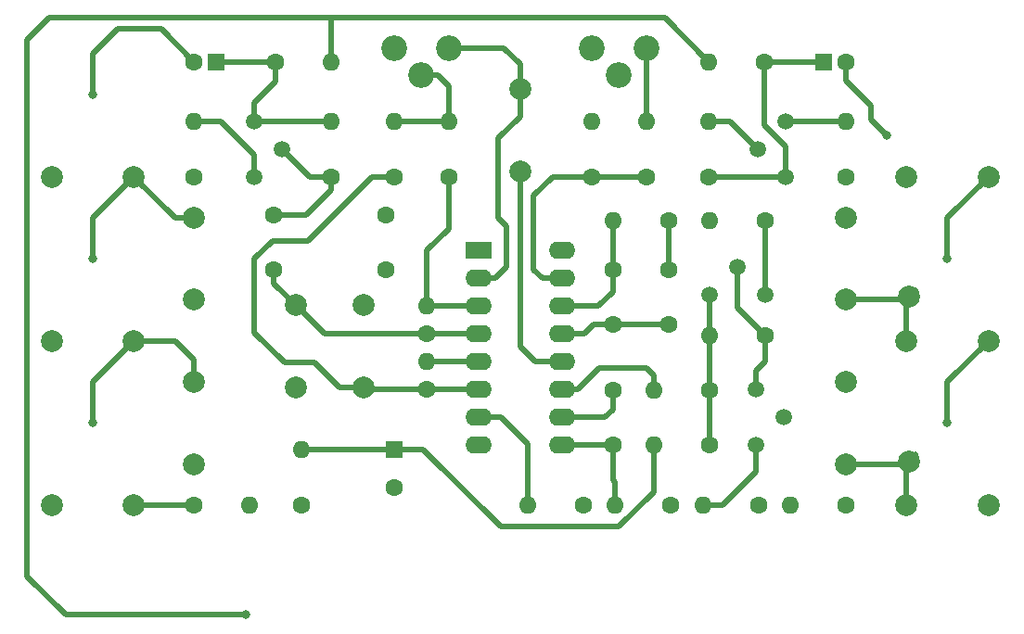
<source format=gtl>
G04 #@! TF.GenerationSoftware,KiCad,Pcbnew,(6.0.10)*
G04 #@! TF.CreationDate,2023-06-11T02:10:43+02:00*
G04 #@! TF.ProjectId,Stereo-Decoder-Modul,53746572-656f-42d4-9465-636f6465722d,rev?*
G04 #@! TF.SameCoordinates,Original*
G04 #@! TF.FileFunction,Copper,L1,Top*
G04 #@! TF.FilePolarity,Positive*
%FSLAX46Y46*%
G04 Gerber Fmt 4.6, Leading zero omitted, Abs format (unit mm)*
G04 Created by KiCad (PCBNEW (6.0.10)) date 2023-06-11 02:10:43*
%MOMM*%
%LPD*%
G01*
G04 APERTURE LIST*
G04 #@! TA.AperFunction,ComponentPad*
%ADD10C,1.600000*%
G04 #@! TD*
G04 #@! TA.AperFunction,ComponentPad*
%ADD11O,1.600000X1.600000*%
G04 #@! TD*
G04 #@! TA.AperFunction,ComponentPad*
%ADD12C,2.000000*%
G04 #@! TD*
G04 #@! TA.AperFunction,ComponentPad*
%ADD13R,1.600000X1.600000*%
G04 #@! TD*
G04 #@! TA.AperFunction,ComponentPad*
%ADD14C,1.500000*%
G04 #@! TD*
G04 #@! TA.AperFunction,ComponentPad*
%ADD15R,2.400000X1.600000*%
G04 #@! TD*
G04 #@! TA.AperFunction,ComponentPad*
%ADD16O,2.400000X1.600000*%
G04 #@! TD*
G04 #@! TA.AperFunction,ComponentPad*
%ADD17C,2.340000*%
G04 #@! TD*
G04 #@! TA.AperFunction,ViaPad*
%ADD18C,0.800000*%
G04 #@! TD*
G04 #@! TA.AperFunction,Conductor*
%ADD19C,0.500000*%
G04 #@! TD*
G04 APERTURE END LIST*
D10*
X99000000Y-60750000D03*
D11*
X99000000Y-55670000D03*
D10*
X84000000Y-75120000D03*
D11*
X84000000Y-72580000D03*
D10*
X109765000Y-80280000D03*
D11*
X104685000Y-80280000D03*
D10*
X80250000Y-69250000D03*
X80250000Y-64250000D03*
X62750000Y-90750000D03*
D11*
X67830000Y-90750000D03*
D10*
X86000000Y-60750000D03*
D11*
X86000000Y-55670000D03*
D12*
X72000000Y-80000000D03*
X72000000Y-72500000D03*
X128000000Y-71750000D03*
D10*
X75250000Y-60750000D03*
D11*
X75250000Y-55670000D03*
D10*
X114830000Y-50250000D03*
D11*
X109750000Y-50250000D03*
D10*
X114250000Y-90750000D03*
D11*
X109170000Y-90750000D03*
D10*
X106250000Y-90750000D03*
D11*
X101170000Y-90750000D03*
D13*
X120250000Y-50250000D03*
D10*
X122250000Y-50250000D03*
D12*
X62750000Y-79500000D03*
X62750000Y-87000000D03*
D10*
X81000000Y-60750000D03*
D11*
X81000000Y-55670000D03*
D14*
X114000000Y-80210000D03*
X116540000Y-82750000D03*
X114000000Y-85290000D03*
D12*
X127750000Y-75750000D03*
X135250000Y-75750000D03*
D10*
X109765000Y-85250000D03*
D11*
X104685000Y-85250000D03*
D12*
X127750000Y-90750000D03*
X135250000Y-90750000D03*
D15*
X88675000Y-67500000D03*
D16*
X88675000Y-70040000D03*
X88675000Y-72580000D03*
X88675000Y-75120000D03*
X88675000Y-77660000D03*
X88675000Y-80200000D03*
X88675000Y-82740000D03*
X88675000Y-85280000D03*
X96295000Y-85280000D03*
X96295000Y-82740000D03*
X96295000Y-80200000D03*
X96295000Y-77660000D03*
X96295000Y-75120000D03*
X96295000Y-72580000D03*
X96295000Y-70040000D03*
X96295000Y-67500000D03*
D12*
X122250000Y-87000000D03*
X122250000Y-79500000D03*
D17*
X104000000Y-49000000D03*
X101500000Y-51500000D03*
X99000000Y-49000000D03*
D10*
X62750000Y-60750000D03*
D11*
X62750000Y-55670000D03*
D10*
X72500000Y-90750000D03*
D11*
X72500000Y-85670000D03*
D12*
X128000000Y-86750000D03*
D14*
X68250000Y-55670000D03*
X70790000Y-58210000D03*
X68250000Y-60750000D03*
D10*
X109750000Y-60750000D03*
D11*
X109750000Y-55670000D03*
D10*
X98250000Y-90750000D03*
D11*
X93170000Y-90750000D03*
D10*
X70000000Y-69250000D03*
X70000000Y-64250000D03*
D13*
X81000000Y-85670000D03*
D10*
X81000000Y-89170000D03*
D12*
X127750000Y-60750000D03*
X135250000Y-60750000D03*
D10*
X106065000Y-69250000D03*
X106065000Y-74250000D03*
D12*
X49750000Y-75750000D03*
X57250000Y-75750000D03*
D10*
X106065000Y-64750000D03*
D11*
X100985000Y-64750000D03*
D17*
X86000000Y-49000000D03*
X83500000Y-51500000D03*
X81000000Y-49000000D03*
D10*
X101000000Y-74250000D03*
X101000000Y-69250000D03*
X122250000Y-60750000D03*
D11*
X122250000Y-55670000D03*
D10*
X114845000Y-75250000D03*
D11*
X109765000Y-75250000D03*
D12*
X62750000Y-64500000D03*
X62750000Y-72000000D03*
D13*
X64750000Y-50250000D03*
D10*
X62750000Y-50250000D03*
X101000000Y-85280000D03*
X101000000Y-80280000D03*
D12*
X92500000Y-60250000D03*
X92500000Y-52750000D03*
D10*
X114845000Y-64750000D03*
D11*
X109765000Y-64750000D03*
D12*
X49750000Y-90750000D03*
X57250000Y-90750000D03*
D14*
X116750000Y-60750000D03*
X114210000Y-58210000D03*
X116750000Y-55670000D03*
D10*
X122250000Y-90750000D03*
D11*
X117170000Y-90750000D03*
D10*
X84000000Y-80200000D03*
D11*
X84000000Y-77660000D03*
D14*
X109765000Y-71520000D03*
X112305000Y-68980000D03*
X114845000Y-71520000D03*
D10*
X104000000Y-60750000D03*
D11*
X104000000Y-55670000D03*
D10*
X70170000Y-50250000D03*
D11*
X75250000Y-50250000D03*
D12*
X122250000Y-72000000D03*
X122250000Y-64500000D03*
X78250000Y-72500000D03*
X78250000Y-80000000D03*
X49750000Y-60750000D03*
X57250000Y-60750000D03*
D18*
X53500000Y-53250000D03*
X126000000Y-57000000D03*
X53500000Y-68250000D03*
X67500000Y-100750000D03*
X53500000Y-83250000D03*
X131500000Y-68250000D03*
X131500000Y-83250000D03*
D19*
X95500000Y-60750000D02*
X93750000Y-62500000D01*
X104000000Y-60750000D02*
X95500000Y-60750000D01*
X94540000Y-70040000D02*
X96295000Y-70040000D01*
X93750000Y-69250000D02*
X94540000Y-70040000D01*
X93750000Y-62500000D02*
X93750000Y-69250000D01*
X96295000Y-85280000D02*
X101000000Y-85280000D01*
X101170000Y-88670000D02*
X101000000Y-88500000D01*
X101000000Y-85280000D02*
X101000000Y-88500000D01*
X101170000Y-90750000D02*
X101170000Y-88670000D01*
X106065000Y-64750000D02*
X106065000Y-69250000D01*
X96295000Y-82740000D02*
X100260000Y-82740000D01*
X101000000Y-82000000D02*
X101000000Y-80280000D01*
X100260000Y-82740000D02*
X101000000Y-82000000D01*
X109750000Y-55670000D02*
X111670000Y-55670000D01*
X111670000Y-55670000D02*
X114210000Y-58210000D01*
X71000000Y-77750000D02*
X73750000Y-77750000D01*
X73750000Y-77750000D02*
X76000000Y-80000000D01*
X78450000Y-80200000D02*
X78250000Y-80000000D01*
X69875000Y-66625000D02*
X68250000Y-68250000D01*
X79000000Y-60750000D02*
X73125000Y-66625000D01*
X68250000Y-75000000D02*
X71000000Y-77750000D01*
X73125000Y-66625000D02*
X69875000Y-66625000D01*
X81000000Y-60750000D02*
X79000000Y-60750000D01*
X88675000Y-80200000D02*
X84000000Y-80200000D01*
X76000000Y-80000000D02*
X78250000Y-80000000D01*
X84000000Y-80200000D02*
X78450000Y-80200000D01*
X68250000Y-68250000D02*
X68250000Y-75000000D01*
X53500000Y-49500000D02*
X53500000Y-53250000D01*
X55750000Y-47250000D02*
X53500000Y-49500000D01*
X62750000Y-50250000D02*
X59750000Y-47250000D01*
X59750000Y-47250000D02*
X55750000Y-47250000D01*
X84000000Y-72580000D02*
X84000000Y-67500000D01*
X88675000Y-72580000D02*
X84000000Y-72580000D01*
X84000000Y-67500000D02*
X86000000Y-65500000D01*
X86000000Y-65500000D02*
X86000000Y-60750000D01*
X73330000Y-60750000D02*
X70790000Y-58210000D01*
X75250000Y-60750000D02*
X73330000Y-60750000D01*
X75250000Y-62000000D02*
X75250000Y-60750000D01*
X70000000Y-64250000D02*
X73000000Y-64250000D01*
X73000000Y-64250000D02*
X75250000Y-62000000D01*
X83670000Y-85670000D02*
X90750000Y-92750000D01*
X90750000Y-92750000D02*
X101500000Y-92750000D01*
X104685000Y-89565000D02*
X104685000Y-85250000D01*
X101500000Y-92750000D02*
X104685000Y-89565000D01*
X72500000Y-85670000D02*
X83670000Y-85670000D01*
X124500000Y-55500000D02*
X124500000Y-54250000D01*
X122250000Y-50250000D02*
X122250000Y-52000000D01*
X122250000Y-52000000D02*
X124500000Y-54250000D01*
X126000000Y-57000000D02*
X124500000Y-55500000D01*
X68250000Y-54000000D02*
X68250000Y-55670000D01*
X70170000Y-52080000D02*
X68250000Y-54000000D01*
X70170000Y-50250000D02*
X64750000Y-50250000D01*
X68250000Y-55670000D02*
X75250000Y-55670000D01*
X70170000Y-50250000D02*
X70170000Y-52080000D01*
X109765000Y-71520000D02*
X109765000Y-80280000D01*
X109765000Y-80280000D02*
X109765000Y-85250000D01*
X97800000Y-80200000D02*
X99750000Y-78250000D01*
X99750000Y-78250000D02*
X104000000Y-78250000D01*
X104685000Y-78935000D02*
X104685000Y-80280000D01*
X104000000Y-78250000D02*
X104685000Y-78935000D01*
X96295000Y-80200000D02*
X97800000Y-80200000D01*
X61000000Y-64500000D02*
X57250000Y-60750000D01*
X53500000Y-64500000D02*
X57250000Y-60750000D01*
X53500000Y-68250000D02*
X53500000Y-64500000D01*
X62750000Y-64500000D02*
X61000000Y-64500000D01*
X114830000Y-50250000D02*
X114830000Y-56080000D01*
X114830000Y-56080000D02*
X116750000Y-58000000D01*
X116750000Y-58000000D02*
X116750000Y-60750000D01*
X116750000Y-60750000D02*
X109750000Y-60750000D01*
X114830000Y-50250000D02*
X120250000Y-50250000D01*
X114000000Y-87750000D02*
X114000000Y-85290000D01*
X109170000Y-90750000D02*
X111000000Y-90750000D01*
X111000000Y-90750000D02*
X114000000Y-87750000D01*
X104000000Y-49000000D02*
X104000000Y-55670000D01*
X75250000Y-46250000D02*
X49500000Y-46250000D01*
X105750000Y-46250000D02*
X109750000Y-50250000D01*
X49500000Y-46250000D02*
X47500000Y-48250000D01*
X51000000Y-100750000D02*
X67500000Y-100750000D01*
X79250000Y-46250000D02*
X105750000Y-46250000D01*
X47500000Y-97250000D02*
X51000000Y-100750000D01*
X75250000Y-50250000D02*
X75250000Y-46250000D01*
X75250000Y-46250000D02*
X79250000Y-46250000D01*
X47500000Y-48250000D02*
X47500000Y-97250000D01*
X114845000Y-64750000D02*
X114845000Y-71520000D01*
X62750000Y-90750000D02*
X57250000Y-90750000D01*
X112305000Y-68980000D02*
X112305000Y-72710000D01*
X114000000Y-78500000D02*
X114000000Y-80210000D01*
X112305000Y-72710000D02*
X114845000Y-75250000D01*
X114845000Y-75250000D02*
X114845000Y-77655000D01*
X114845000Y-77655000D02*
X114000000Y-78500000D01*
X62750000Y-55670000D02*
X65170000Y-55670000D01*
X68250000Y-58750000D02*
X68250000Y-60750000D01*
X65170000Y-55670000D02*
X68250000Y-58750000D01*
X116750000Y-55670000D02*
X122250000Y-55670000D01*
X93170000Y-85170000D02*
X90740000Y-82740000D01*
X93170000Y-90750000D02*
X93170000Y-85170000D01*
X90740000Y-82740000D02*
X88675000Y-82740000D01*
X106065000Y-74250000D02*
X101000000Y-74250000D01*
X101000000Y-74250000D02*
X99250000Y-74250000D01*
X98380000Y-75120000D02*
X96295000Y-75120000D01*
X99250000Y-74250000D02*
X98380000Y-75120000D01*
X99670000Y-72580000D02*
X101000000Y-71250000D01*
X96295000Y-72580000D02*
X99670000Y-72580000D01*
X100985000Y-64750000D02*
X100985000Y-69235000D01*
X101000000Y-71250000D02*
X101000000Y-69250000D01*
X100985000Y-69235000D02*
X101000000Y-69250000D01*
X92500000Y-60250000D02*
X92500000Y-76250000D01*
X93910000Y-77660000D02*
X96295000Y-77660000D01*
X92500000Y-76250000D02*
X93910000Y-77660000D01*
X92500000Y-55250000D02*
X90500000Y-57250000D01*
X92500000Y-52750000D02*
X92500000Y-55250000D01*
X91250000Y-65250000D02*
X91250000Y-69000000D01*
X91250000Y-69000000D02*
X90210000Y-70040000D01*
X86000000Y-49000000D02*
X91000000Y-49000000D01*
X90210000Y-70040000D02*
X88675000Y-70040000D01*
X90500000Y-57250000D02*
X90500000Y-64500000D01*
X92500000Y-50500000D02*
X92500000Y-52750000D01*
X90500000Y-64500000D02*
X91250000Y-65250000D01*
X91000000Y-49000000D02*
X92500000Y-50500000D01*
X88675000Y-77660000D02*
X84000000Y-77660000D01*
X70000000Y-70500000D02*
X72000000Y-72500000D01*
X84000000Y-75120000D02*
X74620000Y-75120000D01*
X74620000Y-75120000D02*
X72000000Y-72500000D01*
X88675000Y-75120000D02*
X84000000Y-75120000D01*
X70000000Y-69250000D02*
X70000000Y-70500000D01*
X57250000Y-75750000D02*
X61000000Y-75750000D01*
X62750000Y-77500000D02*
X61000000Y-75750000D01*
X53500000Y-79500000D02*
X57250000Y-75750000D01*
X62750000Y-79500000D02*
X62750000Y-77500000D01*
X53500000Y-83250000D02*
X53500000Y-79500000D01*
X131500000Y-68250000D02*
X131500000Y-64500000D01*
X127750000Y-75750000D02*
X127750000Y-72000000D01*
X131500000Y-64500000D02*
X135250000Y-60750000D01*
X122250000Y-72000000D02*
X127750000Y-72000000D01*
X127750000Y-72000000D02*
X128625000Y-71125000D01*
X122250000Y-87000000D02*
X127750000Y-87000000D01*
X131500000Y-79500000D02*
X135250000Y-75750000D01*
X131500000Y-83250000D02*
X131500000Y-79500000D01*
X127750000Y-87000000D02*
X128625000Y-86125000D01*
X127750000Y-90750000D02*
X127750000Y-87000000D01*
X86000000Y-55670000D02*
X86000000Y-52500000D01*
X86000000Y-52500000D02*
X85000000Y-51500000D01*
X85000000Y-51500000D02*
X83500000Y-51500000D01*
X86000000Y-55670000D02*
X81000000Y-55670000D01*
M02*

</source>
